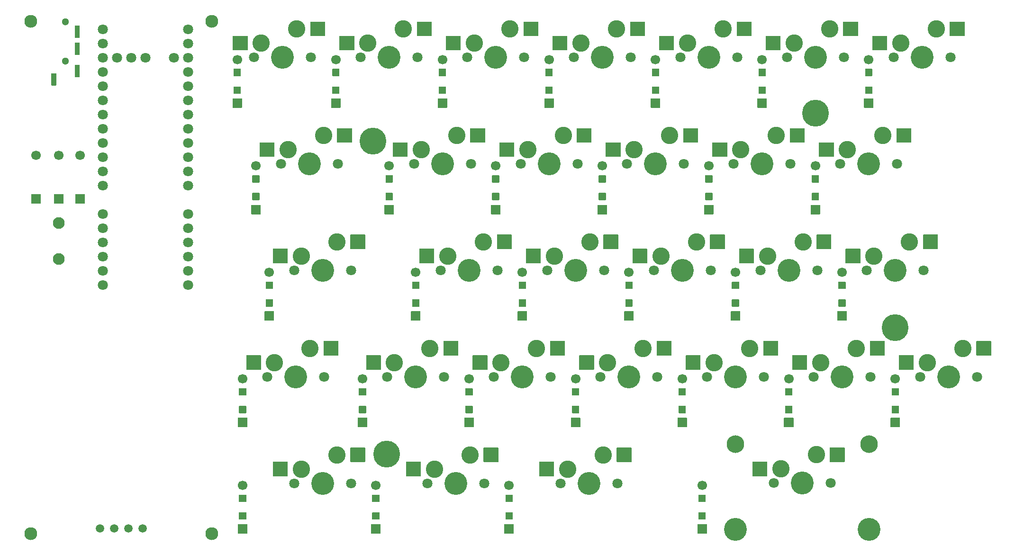
<source format=gbr>
%TF.GenerationSoftware,KiCad,Pcbnew,(5.1.7)-1*%
%TF.CreationDate,2021-06-20T13:46:17+02:00*%
%TF.ProjectId,Split65Left,53706c69-7436-4354-9c65-66742e6b6963,rev?*%
%TF.SameCoordinates,Original*%
%TF.FileFunction,Soldermask,Bot*%
%TF.FilePolarity,Negative*%
%FSLAX46Y46*%
G04 Gerber Fmt 4.6, Leading zero omitted, Abs format (unit mm)*
G04 Created by KiCad (PCBNEW (5.1.7)-1) date 2021-06-20 13:46:17*
%MOMM*%
%LPD*%
G01*
G04 APERTURE LIST*
%ADD10C,1.801800*%
%ADD11C,4.087800*%
%ADD12C,3.100000*%
%ADD13C,3.148000*%
%ADD14C,4.800400*%
%ADD15C,2.300000*%
%ADD16C,1.800000*%
%ADD17C,1.300000*%
%ADD18C,1.700000*%
%ADD19C,1.497000*%
%ADD20C,2.100000*%
G04 APERTURE END LIST*
%TO.C,SW30*%
G36*
G01*
X156101000Y-127390000D02*
X156101000Y-124890000D01*
G75*
G02*
X156151000Y-124840000I50000J0D01*
G01*
X158701000Y-124840000D01*
G75*
G02*
X158751000Y-124890000I0J-50000D01*
G01*
X158751000Y-127390000D01*
G75*
G02*
X158701000Y-127440000I-50000J0D01*
G01*
X156151000Y-127440000D01*
G75*
G02*
X156101000Y-127390000I0J50000D01*
G01*
G37*
D10*
X159906000Y-128680000D03*
X170066000Y-128680000D03*
D11*
X164986000Y-128680000D03*
D12*
X161176000Y-126140000D03*
X167526000Y-123600000D03*
G36*
G01*
X169951000Y-124850000D02*
X169951000Y-122350000D01*
G75*
G02*
X170001000Y-122300000I50000J0D01*
G01*
X172551000Y-122300000D01*
G75*
G02*
X172601000Y-122350000I0J-50000D01*
G01*
X172601000Y-124850000D01*
G75*
G02*
X172551000Y-124900000I-50000J0D01*
G01*
X170001000Y-124900000D01*
G75*
G02*
X169951000Y-124850000I0J50000D01*
G01*
G37*
D11*
X176924000Y-136935000D03*
X153048000Y-136935000D03*
D13*
X176924000Y-121695000D03*
X153048000Y-121695000D03*
%TD*%
%TO.C,SW29*%
G36*
G01*
X118021000Y-127394000D02*
X118021000Y-124894000D01*
G75*
G02*
X118071000Y-124844000I50000J0D01*
G01*
X120621000Y-124844000D01*
G75*
G02*
X120671000Y-124894000I0J-50000D01*
G01*
X120671000Y-127394000D01*
G75*
G02*
X120621000Y-127444000I-50000J0D01*
G01*
X118071000Y-127444000D01*
G75*
G02*
X118021000Y-127394000I0J50000D01*
G01*
G37*
D10*
X121826000Y-128684000D03*
X131986000Y-128684000D03*
D11*
X126906000Y-128684000D03*
D12*
X123096000Y-126144000D03*
X129446000Y-123604000D03*
G36*
G01*
X131871000Y-124854000D02*
X131871000Y-122354000D01*
G75*
G02*
X131921000Y-122304000I50000J0D01*
G01*
X134471000Y-122304000D01*
G75*
G02*
X134521000Y-122354000I0J-50000D01*
G01*
X134521000Y-124854000D01*
G75*
G02*
X134471000Y-124904000I-50000J0D01*
G01*
X131921000Y-124904000D01*
G75*
G02*
X131871000Y-124854000I0J50000D01*
G01*
G37*
%TD*%
%TO.C,SW28*%
G36*
G01*
X94227000Y-127394000D02*
X94227000Y-124894000D01*
G75*
G02*
X94277000Y-124844000I50000J0D01*
G01*
X96827000Y-124844000D01*
G75*
G02*
X96877000Y-124894000I0J-50000D01*
G01*
X96877000Y-127394000D01*
G75*
G02*
X96827000Y-127444000I-50000J0D01*
G01*
X94277000Y-127444000D01*
G75*
G02*
X94227000Y-127394000I0J50000D01*
G01*
G37*
D10*
X98032000Y-128684000D03*
X108192000Y-128684000D03*
D11*
X103112000Y-128684000D03*
D12*
X99302000Y-126144000D03*
X105652000Y-123604000D03*
G36*
G01*
X108077000Y-124854000D02*
X108077000Y-122354000D01*
G75*
G02*
X108127000Y-122304000I50000J0D01*
G01*
X110677000Y-122304000D01*
G75*
G02*
X110727000Y-122354000I0J-50000D01*
G01*
X110727000Y-124854000D01*
G75*
G02*
X110677000Y-124904000I-50000J0D01*
G01*
X108127000Y-124904000D01*
G75*
G02*
X108077000Y-124854000I0J50000D01*
G01*
G37*
%TD*%
%TO.C,SW27*%
G36*
G01*
X70427000Y-127394000D02*
X70427000Y-124894000D01*
G75*
G02*
X70477000Y-124844000I50000J0D01*
G01*
X73027000Y-124844000D01*
G75*
G02*
X73077000Y-124894000I0J-50000D01*
G01*
X73077000Y-127394000D01*
G75*
G02*
X73027000Y-127444000I-50000J0D01*
G01*
X70477000Y-127444000D01*
G75*
G02*
X70427000Y-127394000I0J50000D01*
G01*
G37*
D10*
X74232000Y-128684000D03*
X84392000Y-128684000D03*
D11*
X79312000Y-128684000D03*
D12*
X75502000Y-126144000D03*
X81852000Y-123604000D03*
G36*
G01*
X84277000Y-124854000D02*
X84277000Y-122354000D01*
G75*
G02*
X84327000Y-122304000I50000J0D01*
G01*
X86877000Y-122304000D01*
G75*
G02*
X86927000Y-122354000I0J-50000D01*
G01*
X86927000Y-124854000D01*
G75*
G02*
X86877000Y-124904000I-50000J0D01*
G01*
X84327000Y-124904000D01*
G75*
G02*
X84277000Y-124854000I0J50000D01*
G01*
G37*
%TD*%
%TO.C,SW26*%
G36*
G01*
X182287000Y-108354000D02*
X182287000Y-105854000D01*
G75*
G02*
X182337000Y-105804000I50000J0D01*
G01*
X184887000Y-105804000D01*
G75*
G02*
X184937000Y-105854000I0J-50000D01*
G01*
X184937000Y-108354000D01*
G75*
G02*
X184887000Y-108404000I-50000J0D01*
G01*
X182337000Y-108404000D01*
G75*
G02*
X182287000Y-108354000I0J50000D01*
G01*
G37*
D10*
X186092000Y-109644000D03*
X196252000Y-109644000D03*
D11*
X191172000Y-109644000D03*
D12*
X187362000Y-107104000D03*
X193712000Y-104564000D03*
G36*
G01*
X196137000Y-105814000D02*
X196137000Y-103314000D01*
G75*
G02*
X196187000Y-103264000I50000J0D01*
G01*
X198737000Y-103264000D01*
G75*
G02*
X198787000Y-103314000I0J-50000D01*
G01*
X198787000Y-105814000D01*
G75*
G02*
X198737000Y-105864000I-50000J0D01*
G01*
X196187000Y-105864000D01*
G75*
G02*
X196137000Y-105814000I0J50000D01*
G01*
G37*
%TD*%
%TO.C,SW25*%
G36*
G01*
X163247000Y-108354000D02*
X163247000Y-105854000D01*
G75*
G02*
X163297000Y-105804000I50000J0D01*
G01*
X165847000Y-105804000D01*
G75*
G02*
X165897000Y-105854000I0J-50000D01*
G01*
X165897000Y-108354000D01*
G75*
G02*
X165847000Y-108404000I-50000J0D01*
G01*
X163297000Y-108404000D01*
G75*
G02*
X163247000Y-108354000I0J50000D01*
G01*
G37*
D10*
X167052000Y-109644000D03*
X177212000Y-109644000D03*
D11*
X172132000Y-109644000D03*
D12*
X168322000Y-107104000D03*
X174672000Y-104564000D03*
G36*
G01*
X177097000Y-105814000D02*
X177097000Y-103314000D01*
G75*
G02*
X177147000Y-103264000I50000J0D01*
G01*
X179697000Y-103264000D01*
G75*
G02*
X179747000Y-103314000I0J-50000D01*
G01*
X179747000Y-105814000D01*
G75*
G02*
X179697000Y-105864000I-50000J0D01*
G01*
X177147000Y-105864000D01*
G75*
G02*
X177097000Y-105814000I0J50000D01*
G01*
G37*
%TD*%
%TO.C,SW24*%
G36*
G01*
X144207000Y-108354000D02*
X144207000Y-105854000D01*
G75*
G02*
X144257000Y-105804000I50000J0D01*
G01*
X146807000Y-105804000D01*
G75*
G02*
X146857000Y-105854000I0J-50000D01*
G01*
X146857000Y-108354000D01*
G75*
G02*
X146807000Y-108404000I-50000J0D01*
G01*
X144257000Y-108404000D01*
G75*
G02*
X144207000Y-108354000I0J50000D01*
G01*
G37*
D10*
X148012000Y-109644000D03*
X158172000Y-109644000D03*
D11*
X153092000Y-109644000D03*
D12*
X149282000Y-107104000D03*
X155632000Y-104564000D03*
G36*
G01*
X158057000Y-105814000D02*
X158057000Y-103314000D01*
G75*
G02*
X158107000Y-103264000I50000J0D01*
G01*
X160657000Y-103264000D01*
G75*
G02*
X160707000Y-103314000I0J-50000D01*
G01*
X160707000Y-105814000D01*
G75*
G02*
X160657000Y-105864000I-50000J0D01*
G01*
X158107000Y-105864000D01*
G75*
G02*
X158057000Y-105814000I0J50000D01*
G01*
G37*
%TD*%
%TO.C,SW23*%
G36*
G01*
X125167000Y-108354000D02*
X125167000Y-105854000D01*
G75*
G02*
X125217000Y-105804000I50000J0D01*
G01*
X127767000Y-105804000D01*
G75*
G02*
X127817000Y-105854000I0J-50000D01*
G01*
X127817000Y-108354000D01*
G75*
G02*
X127767000Y-108404000I-50000J0D01*
G01*
X125217000Y-108404000D01*
G75*
G02*
X125167000Y-108354000I0J50000D01*
G01*
G37*
D10*
X128972000Y-109644000D03*
X139132000Y-109644000D03*
D11*
X134052000Y-109644000D03*
D12*
X130242000Y-107104000D03*
X136592000Y-104564000D03*
G36*
G01*
X139017000Y-105814000D02*
X139017000Y-103314000D01*
G75*
G02*
X139067000Y-103264000I50000J0D01*
G01*
X141617000Y-103264000D01*
G75*
G02*
X141667000Y-103314000I0J-50000D01*
G01*
X141667000Y-105814000D01*
G75*
G02*
X141617000Y-105864000I-50000J0D01*
G01*
X139067000Y-105864000D01*
G75*
G02*
X139017000Y-105814000I0J50000D01*
G01*
G37*
%TD*%
%TO.C,SW22*%
G36*
G01*
X106127000Y-108354000D02*
X106127000Y-105854000D01*
G75*
G02*
X106177000Y-105804000I50000J0D01*
G01*
X108727000Y-105804000D01*
G75*
G02*
X108777000Y-105854000I0J-50000D01*
G01*
X108777000Y-108354000D01*
G75*
G02*
X108727000Y-108404000I-50000J0D01*
G01*
X106177000Y-108404000D01*
G75*
G02*
X106127000Y-108354000I0J50000D01*
G01*
G37*
D10*
X109932000Y-109644000D03*
X120092000Y-109644000D03*
D11*
X115012000Y-109644000D03*
D12*
X111202000Y-107104000D03*
X117552000Y-104564000D03*
G36*
G01*
X119977000Y-105814000D02*
X119977000Y-103314000D01*
G75*
G02*
X120027000Y-103264000I50000J0D01*
G01*
X122577000Y-103264000D01*
G75*
G02*
X122627000Y-103314000I0J-50000D01*
G01*
X122627000Y-105814000D01*
G75*
G02*
X122577000Y-105864000I-50000J0D01*
G01*
X120027000Y-105864000D01*
G75*
G02*
X119977000Y-105814000I0J50000D01*
G01*
G37*
%TD*%
%TO.C,SW21*%
G36*
G01*
X87087000Y-108354000D02*
X87087000Y-105854000D01*
G75*
G02*
X87137000Y-105804000I50000J0D01*
G01*
X89687000Y-105804000D01*
G75*
G02*
X89737000Y-105854000I0J-50000D01*
G01*
X89737000Y-108354000D01*
G75*
G02*
X89687000Y-108404000I-50000J0D01*
G01*
X87137000Y-108404000D01*
G75*
G02*
X87087000Y-108354000I0J50000D01*
G01*
G37*
D10*
X90892000Y-109644000D03*
X101052000Y-109644000D03*
D11*
X95972000Y-109644000D03*
D12*
X92162000Y-107104000D03*
X98512000Y-104564000D03*
G36*
G01*
X100937000Y-105814000D02*
X100937000Y-103314000D01*
G75*
G02*
X100987000Y-103264000I50000J0D01*
G01*
X103537000Y-103264000D01*
G75*
G02*
X103587000Y-103314000I0J-50000D01*
G01*
X103587000Y-105814000D01*
G75*
G02*
X103537000Y-105864000I-50000J0D01*
G01*
X100987000Y-105864000D01*
G75*
G02*
X100937000Y-105814000I0J50000D01*
G01*
G37*
%TD*%
%TO.C,SW20*%
G36*
G01*
X65667000Y-108354000D02*
X65667000Y-105854000D01*
G75*
G02*
X65717000Y-105804000I50000J0D01*
G01*
X68267000Y-105804000D01*
G75*
G02*
X68317000Y-105854000I0J-50000D01*
G01*
X68317000Y-108354000D01*
G75*
G02*
X68267000Y-108404000I-50000J0D01*
G01*
X65717000Y-108404000D01*
G75*
G02*
X65667000Y-108354000I0J50000D01*
G01*
G37*
D10*
X69472000Y-109644000D03*
X79632000Y-109644000D03*
D11*
X74552000Y-109644000D03*
D12*
X70742000Y-107104000D03*
X77092000Y-104564000D03*
G36*
G01*
X79517000Y-105814000D02*
X79517000Y-103314000D01*
G75*
G02*
X79567000Y-103264000I50000J0D01*
G01*
X82117000Y-103264000D01*
G75*
G02*
X82167000Y-103314000I0J-50000D01*
G01*
X82167000Y-105814000D01*
G75*
G02*
X82117000Y-105864000I-50000J0D01*
G01*
X79567000Y-105864000D01*
G75*
G02*
X79517000Y-105814000I0J50000D01*
G01*
G37*
%TD*%
%TO.C,SW19*%
G36*
G01*
X172767000Y-89314000D02*
X172767000Y-86814000D01*
G75*
G02*
X172817000Y-86764000I50000J0D01*
G01*
X175367000Y-86764000D01*
G75*
G02*
X175417000Y-86814000I0J-50000D01*
G01*
X175417000Y-89314000D01*
G75*
G02*
X175367000Y-89364000I-50000J0D01*
G01*
X172817000Y-89364000D01*
G75*
G02*
X172767000Y-89314000I0J50000D01*
G01*
G37*
D10*
X176572000Y-90604000D03*
X186732000Y-90604000D03*
D11*
X181652000Y-90604000D03*
D12*
X177842000Y-88064000D03*
X184192000Y-85524000D03*
G36*
G01*
X186617000Y-86774000D02*
X186617000Y-84274000D01*
G75*
G02*
X186667000Y-84224000I50000J0D01*
G01*
X189217000Y-84224000D01*
G75*
G02*
X189267000Y-84274000I0J-50000D01*
G01*
X189267000Y-86774000D01*
G75*
G02*
X189217000Y-86824000I-50000J0D01*
G01*
X186667000Y-86824000D01*
G75*
G02*
X186617000Y-86774000I0J50000D01*
G01*
G37*
%TD*%
%TO.C,SW18*%
G36*
G01*
X153727000Y-89314000D02*
X153727000Y-86814000D01*
G75*
G02*
X153777000Y-86764000I50000J0D01*
G01*
X156327000Y-86764000D01*
G75*
G02*
X156377000Y-86814000I0J-50000D01*
G01*
X156377000Y-89314000D01*
G75*
G02*
X156327000Y-89364000I-50000J0D01*
G01*
X153777000Y-89364000D01*
G75*
G02*
X153727000Y-89314000I0J50000D01*
G01*
G37*
D10*
X157532000Y-90604000D03*
X167692000Y-90604000D03*
D11*
X162612000Y-90604000D03*
D12*
X158802000Y-88064000D03*
X165152000Y-85524000D03*
G36*
G01*
X167577000Y-86774000D02*
X167577000Y-84274000D01*
G75*
G02*
X167627000Y-84224000I50000J0D01*
G01*
X170177000Y-84224000D01*
G75*
G02*
X170227000Y-84274000I0J-50000D01*
G01*
X170227000Y-86774000D01*
G75*
G02*
X170177000Y-86824000I-50000J0D01*
G01*
X167627000Y-86824000D01*
G75*
G02*
X167577000Y-86774000I0J50000D01*
G01*
G37*
%TD*%
%TO.C,SW17*%
G36*
G01*
X134687000Y-89314000D02*
X134687000Y-86814000D01*
G75*
G02*
X134737000Y-86764000I50000J0D01*
G01*
X137287000Y-86764000D01*
G75*
G02*
X137337000Y-86814000I0J-50000D01*
G01*
X137337000Y-89314000D01*
G75*
G02*
X137287000Y-89364000I-50000J0D01*
G01*
X134737000Y-89364000D01*
G75*
G02*
X134687000Y-89314000I0J50000D01*
G01*
G37*
D10*
X138492000Y-90604000D03*
X148652000Y-90604000D03*
D11*
X143572000Y-90604000D03*
D12*
X139762000Y-88064000D03*
X146112000Y-85524000D03*
G36*
G01*
X148537000Y-86774000D02*
X148537000Y-84274000D01*
G75*
G02*
X148587000Y-84224000I50000J0D01*
G01*
X151137000Y-84224000D01*
G75*
G02*
X151187000Y-84274000I0J-50000D01*
G01*
X151187000Y-86774000D01*
G75*
G02*
X151137000Y-86824000I-50000J0D01*
G01*
X148587000Y-86824000D01*
G75*
G02*
X148537000Y-86774000I0J50000D01*
G01*
G37*
%TD*%
%TO.C,SW14*%
G36*
G01*
X70427000Y-89314000D02*
X70427000Y-86814000D01*
G75*
G02*
X70477000Y-86764000I50000J0D01*
G01*
X73027000Y-86764000D01*
G75*
G02*
X73077000Y-86814000I0J-50000D01*
G01*
X73077000Y-89314000D01*
G75*
G02*
X73027000Y-89364000I-50000J0D01*
G01*
X70477000Y-89364000D01*
G75*
G02*
X70427000Y-89314000I0J50000D01*
G01*
G37*
D10*
X74232000Y-90604000D03*
X84392000Y-90604000D03*
D11*
X79312000Y-90604000D03*
D12*
X75502000Y-88064000D03*
X81852000Y-85524000D03*
G36*
G01*
X84277000Y-86774000D02*
X84277000Y-84274000D01*
G75*
G02*
X84327000Y-84224000I50000J0D01*
G01*
X86877000Y-84224000D01*
G75*
G02*
X86927000Y-84274000I0J-50000D01*
G01*
X86927000Y-86774000D01*
G75*
G02*
X86877000Y-86824000I-50000J0D01*
G01*
X84327000Y-86824000D01*
G75*
G02*
X84277000Y-86774000I0J50000D01*
G01*
G37*
%TD*%
%TO.C,SW13*%
G36*
G01*
X168007000Y-70274000D02*
X168007000Y-67774000D01*
G75*
G02*
X168057000Y-67724000I50000J0D01*
G01*
X170607000Y-67724000D01*
G75*
G02*
X170657000Y-67774000I0J-50000D01*
G01*
X170657000Y-70274000D01*
G75*
G02*
X170607000Y-70324000I-50000J0D01*
G01*
X168057000Y-70324000D01*
G75*
G02*
X168007000Y-70274000I0J50000D01*
G01*
G37*
D10*
X171812000Y-71564000D03*
X181972000Y-71564000D03*
D11*
X176892000Y-71564000D03*
D12*
X173082000Y-69024000D03*
X179432000Y-66484000D03*
G36*
G01*
X181857000Y-67734000D02*
X181857000Y-65234000D01*
G75*
G02*
X181907000Y-65184000I50000J0D01*
G01*
X184457000Y-65184000D01*
G75*
G02*
X184507000Y-65234000I0J-50000D01*
G01*
X184507000Y-67734000D01*
G75*
G02*
X184457000Y-67784000I-50000J0D01*
G01*
X181907000Y-67784000D01*
G75*
G02*
X181857000Y-67734000I0J50000D01*
G01*
G37*
%TD*%
%TO.C,SW12*%
G36*
G01*
X148967000Y-70274000D02*
X148967000Y-67774000D01*
G75*
G02*
X149017000Y-67724000I50000J0D01*
G01*
X151567000Y-67724000D01*
G75*
G02*
X151617000Y-67774000I0J-50000D01*
G01*
X151617000Y-70274000D01*
G75*
G02*
X151567000Y-70324000I-50000J0D01*
G01*
X149017000Y-70324000D01*
G75*
G02*
X148967000Y-70274000I0J50000D01*
G01*
G37*
D10*
X152772000Y-71564000D03*
X162932000Y-71564000D03*
D11*
X157852000Y-71564000D03*
D12*
X154042000Y-69024000D03*
X160392000Y-66484000D03*
G36*
G01*
X162817000Y-67734000D02*
X162817000Y-65234000D01*
G75*
G02*
X162867000Y-65184000I50000J0D01*
G01*
X165417000Y-65184000D01*
G75*
G02*
X165467000Y-65234000I0J-50000D01*
G01*
X165467000Y-67734000D01*
G75*
G02*
X165417000Y-67784000I-50000J0D01*
G01*
X162867000Y-67784000D01*
G75*
G02*
X162817000Y-67734000I0J50000D01*
G01*
G37*
%TD*%
%TO.C,SW7*%
G36*
G01*
X177527000Y-51234000D02*
X177527000Y-48734000D01*
G75*
G02*
X177577000Y-48684000I50000J0D01*
G01*
X180127000Y-48684000D01*
G75*
G02*
X180177000Y-48734000I0J-50000D01*
G01*
X180177000Y-51234000D01*
G75*
G02*
X180127000Y-51284000I-50000J0D01*
G01*
X177577000Y-51284000D01*
G75*
G02*
X177527000Y-51234000I0J50000D01*
G01*
G37*
D10*
X181332000Y-52524000D03*
X191492000Y-52524000D03*
D11*
X186412000Y-52524000D03*
D12*
X182602000Y-49984000D03*
X188952000Y-47444000D03*
G36*
G01*
X191377000Y-48694000D02*
X191377000Y-46194000D01*
G75*
G02*
X191427000Y-46144000I50000J0D01*
G01*
X193977000Y-46144000D01*
G75*
G02*
X194027000Y-46194000I0J-50000D01*
G01*
X194027000Y-48694000D01*
G75*
G02*
X193977000Y-48744000I-50000J0D01*
G01*
X191427000Y-48744000D01*
G75*
G02*
X191377000Y-48694000I0J50000D01*
G01*
G37*
%TD*%
%TO.C,SW11*%
G36*
G01*
X129927000Y-70274000D02*
X129927000Y-67774000D01*
G75*
G02*
X129977000Y-67724000I50000J0D01*
G01*
X132527000Y-67724000D01*
G75*
G02*
X132577000Y-67774000I0J-50000D01*
G01*
X132577000Y-70274000D01*
G75*
G02*
X132527000Y-70324000I-50000J0D01*
G01*
X129977000Y-70324000D01*
G75*
G02*
X129927000Y-70274000I0J50000D01*
G01*
G37*
D10*
X133732000Y-71564000D03*
X143892000Y-71564000D03*
D11*
X138812000Y-71564000D03*
D12*
X135002000Y-69024000D03*
X141352000Y-66484000D03*
G36*
G01*
X143777000Y-67734000D02*
X143777000Y-65234000D01*
G75*
G02*
X143827000Y-65184000I50000J0D01*
G01*
X146377000Y-65184000D01*
G75*
G02*
X146427000Y-65234000I0J-50000D01*
G01*
X146427000Y-67734000D01*
G75*
G02*
X146377000Y-67784000I-50000J0D01*
G01*
X143827000Y-67784000D01*
G75*
G02*
X143777000Y-67734000I0J50000D01*
G01*
G37*
%TD*%
%TO.C,SW10*%
G36*
G01*
X110887000Y-70274000D02*
X110887000Y-67774000D01*
G75*
G02*
X110937000Y-67724000I50000J0D01*
G01*
X113487000Y-67724000D01*
G75*
G02*
X113537000Y-67774000I0J-50000D01*
G01*
X113537000Y-70274000D01*
G75*
G02*
X113487000Y-70324000I-50000J0D01*
G01*
X110937000Y-70324000D01*
G75*
G02*
X110887000Y-70274000I0J50000D01*
G01*
G37*
D10*
X114692000Y-71564000D03*
X124852000Y-71564000D03*
D11*
X119772000Y-71564000D03*
D12*
X115962000Y-69024000D03*
X122312000Y-66484000D03*
G36*
G01*
X124737000Y-67734000D02*
X124737000Y-65234000D01*
G75*
G02*
X124787000Y-65184000I50000J0D01*
G01*
X127337000Y-65184000D01*
G75*
G02*
X127387000Y-65234000I0J-50000D01*
G01*
X127387000Y-67734000D01*
G75*
G02*
X127337000Y-67784000I-50000J0D01*
G01*
X124787000Y-67784000D01*
G75*
G02*
X124737000Y-67734000I0J50000D01*
G01*
G37*
%TD*%
%TO.C,SW9*%
G36*
G01*
X91847000Y-70274000D02*
X91847000Y-67774000D01*
G75*
G02*
X91897000Y-67724000I50000J0D01*
G01*
X94447000Y-67724000D01*
G75*
G02*
X94497000Y-67774000I0J-50000D01*
G01*
X94497000Y-70274000D01*
G75*
G02*
X94447000Y-70324000I-50000J0D01*
G01*
X91897000Y-70324000D01*
G75*
G02*
X91847000Y-70274000I0J50000D01*
G01*
G37*
D10*
X95652000Y-71564000D03*
X105812000Y-71564000D03*
D11*
X100732000Y-71564000D03*
D12*
X96922000Y-69024000D03*
X103272000Y-66484000D03*
G36*
G01*
X105697000Y-67734000D02*
X105697000Y-65234000D01*
G75*
G02*
X105747000Y-65184000I50000J0D01*
G01*
X108297000Y-65184000D01*
G75*
G02*
X108347000Y-65234000I0J-50000D01*
G01*
X108347000Y-67734000D01*
G75*
G02*
X108297000Y-67784000I-50000J0D01*
G01*
X105747000Y-67784000D01*
G75*
G02*
X105697000Y-67734000I0J50000D01*
G01*
G37*
%TD*%
%TO.C,SW16*%
G36*
G01*
X115647000Y-89314000D02*
X115647000Y-86814000D01*
G75*
G02*
X115697000Y-86764000I50000J0D01*
G01*
X118247000Y-86764000D01*
G75*
G02*
X118297000Y-86814000I0J-50000D01*
G01*
X118297000Y-89314000D01*
G75*
G02*
X118247000Y-89364000I-50000J0D01*
G01*
X115697000Y-89364000D01*
G75*
G02*
X115647000Y-89314000I0J50000D01*
G01*
G37*
D10*
X119452000Y-90604000D03*
X129612000Y-90604000D03*
D11*
X124532000Y-90604000D03*
D12*
X120722000Y-88064000D03*
X127072000Y-85524000D03*
G36*
G01*
X129497000Y-86774000D02*
X129497000Y-84274000D01*
G75*
G02*
X129547000Y-84224000I50000J0D01*
G01*
X132097000Y-84224000D01*
G75*
G02*
X132147000Y-84274000I0J-50000D01*
G01*
X132147000Y-86774000D01*
G75*
G02*
X132097000Y-86824000I-50000J0D01*
G01*
X129547000Y-86824000D01*
G75*
G02*
X129497000Y-86774000I0J50000D01*
G01*
G37*
%TD*%
%TO.C,SW15*%
G36*
G01*
X96607000Y-89314000D02*
X96607000Y-86814000D01*
G75*
G02*
X96657000Y-86764000I50000J0D01*
G01*
X99207000Y-86764000D01*
G75*
G02*
X99257000Y-86814000I0J-50000D01*
G01*
X99257000Y-89314000D01*
G75*
G02*
X99207000Y-89364000I-50000J0D01*
G01*
X96657000Y-89364000D01*
G75*
G02*
X96607000Y-89314000I0J50000D01*
G01*
G37*
D10*
X100412000Y-90604000D03*
X110572000Y-90604000D03*
D11*
X105492000Y-90604000D03*
D12*
X101682000Y-88064000D03*
X108032000Y-85524000D03*
G36*
G01*
X110457000Y-86774000D02*
X110457000Y-84274000D01*
G75*
G02*
X110507000Y-84224000I50000J0D01*
G01*
X113057000Y-84224000D01*
G75*
G02*
X113107000Y-84274000I0J-50000D01*
G01*
X113107000Y-86774000D01*
G75*
G02*
X113057000Y-86824000I-50000J0D01*
G01*
X110507000Y-86824000D01*
G75*
G02*
X110457000Y-86774000I0J50000D01*
G01*
G37*
%TD*%
%TO.C,SW8*%
G36*
G01*
X68047000Y-70274000D02*
X68047000Y-67774000D01*
G75*
G02*
X68097000Y-67724000I50000J0D01*
G01*
X70647000Y-67724000D01*
G75*
G02*
X70697000Y-67774000I0J-50000D01*
G01*
X70697000Y-70274000D01*
G75*
G02*
X70647000Y-70324000I-50000J0D01*
G01*
X68097000Y-70324000D01*
G75*
G02*
X68047000Y-70274000I0J50000D01*
G01*
G37*
D10*
X71852000Y-71564000D03*
X82012000Y-71564000D03*
D11*
X76932000Y-71564000D03*
D12*
X73122000Y-69024000D03*
X79472000Y-66484000D03*
G36*
G01*
X81897000Y-67734000D02*
X81897000Y-65234000D01*
G75*
G02*
X81947000Y-65184000I50000J0D01*
G01*
X84497000Y-65184000D01*
G75*
G02*
X84547000Y-65234000I0J-50000D01*
G01*
X84547000Y-67734000D01*
G75*
G02*
X84497000Y-67784000I-50000J0D01*
G01*
X81947000Y-67784000D01*
G75*
G02*
X81897000Y-67734000I0J50000D01*
G01*
G37*
%TD*%
%TO.C,SW6*%
G36*
G01*
X158487000Y-51234000D02*
X158487000Y-48734000D01*
G75*
G02*
X158537000Y-48684000I50000J0D01*
G01*
X161087000Y-48684000D01*
G75*
G02*
X161137000Y-48734000I0J-50000D01*
G01*
X161137000Y-51234000D01*
G75*
G02*
X161087000Y-51284000I-50000J0D01*
G01*
X158537000Y-51284000D01*
G75*
G02*
X158487000Y-51234000I0J50000D01*
G01*
G37*
D10*
X162292000Y-52524000D03*
X172452000Y-52524000D03*
D11*
X167372000Y-52524000D03*
D12*
X163562000Y-49984000D03*
X169912000Y-47444000D03*
G36*
G01*
X172337000Y-48694000D02*
X172337000Y-46194000D01*
G75*
G02*
X172387000Y-46144000I50000J0D01*
G01*
X174937000Y-46144000D01*
G75*
G02*
X174987000Y-46194000I0J-50000D01*
G01*
X174987000Y-48694000D01*
G75*
G02*
X174937000Y-48744000I-50000J0D01*
G01*
X172387000Y-48744000D01*
G75*
G02*
X172337000Y-48694000I0J50000D01*
G01*
G37*
%TD*%
%TO.C,SW5*%
G36*
G01*
X139447000Y-51234000D02*
X139447000Y-48734000D01*
G75*
G02*
X139497000Y-48684000I50000J0D01*
G01*
X142047000Y-48684000D01*
G75*
G02*
X142097000Y-48734000I0J-50000D01*
G01*
X142097000Y-51234000D01*
G75*
G02*
X142047000Y-51284000I-50000J0D01*
G01*
X139497000Y-51284000D01*
G75*
G02*
X139447000Y-51234000I0J50000D01*
G01*
G37*
D10*
X143252000Y-52524000D03*
X153412000Y-52524000D03*
D11*
X148332000Y-52524000D03*
D12*
X144522000Y-49984000D03*
X150872000Y-47444000D03*
G36*
G01*
X153297000Y-48694000D02*
X153297000Y-46194000D01*
G75*
G02*
X153347000Y-46144000I50000J0D01*
G01*
X155897000Y-46144000D01*
G75*
G02*
X155947000Y-46194000I0J-50000D01*
G01*
X155947000Y-48694000D01*
G75*
G02*
X155897000Y-48744000I-50000J0D01*
G01*
X153347000Y-48744000D01*
G75*
G02*
X153297000Y-48694000I0J50000D01*
G01*
G37*
%TD*%
%TO.C,SW4*%
G36*
G01*
X120407000Y-51234000D02*
X120407000Y-48734000D01*
G75*
G02*
X120457000Y-48684000I50000J0D01*
G01*
X123007000Y-48684000D01*
G75*
G02*
X123057000Y-48734000I0J-50000D01*
G01*
X123057000Y-51234000D01*
G75*
G02*
X123007000Y-51284000I-50000J0D01*
G01*
X120457000Y-51284000D01*
G75*
G02*
X120407000Y-51234000I0J50000D01*
G01*
G37*
D10*
X124212000Y-52524000D03*
X134372000Y-52524000D03*
D11*
X129292000Y-52524000D03*
D12*
X125482000Y-49984000D03*
X131832000Y-47444000D03*
G36*
G01*
X134257000Y-48694000D02*
X134257000Y-46194000D01*
G75*
G02*
X134307000Y-46144000I50000J0D01*
G01*
X136857000Y-46144000D01*
G75*
G02*
X136907000Y-46194000I0J-50000D01*
G01*
X136907000Y-48694000D01*
G75*
G02*
X136857000Y-48744000I-50000J0D01*
G01*
X134307000Y-48744000D01*
G75*
G02*
X134257000Y-48694000I0J50000D01*
G01*
G37*
%TD*%
%TO.C,SW3*%
G36*
G01*
X101367000Y-51234000D02*
X101367000Y-48734000D01*
G75*
G02*
X101417000Y-48684000I50000J0D01*
G01*
X103967000Y-48684000D01*
G75*
G02*
X104017000Y-48734000I0J-50000D01*
G01*
X104017000Y-51234000D01*
G75*
G02*
X103967000Y-51284000I-50000J0D01*
G01*
X101417000Y-51284000D01*
G75*
G02*
X101367000Y-51234000I0J50000D01*
G01*
G37*
D10*
X105172000Y-52524000D03*
X115332000Y-52524000D03*
D11*
X110252000Y-52524000D03*
D12*
X106442000Y-49984000D03*
X112792000Y-47444000D03*
G36*
G01*
X115217000Y-48694000D02*
X115217000Y-46194000D01*
G75*
G02*
X115267000Y-46144000I50000J0D01*
G01*
X117817000Y-46144000D01*
G75*
G02*
X117867000Y-46194000I0J-50000D01*
G01*
X117867000Y-48694000D01*
G75*
G02*
X117817000Y-48744000I-50000J0D01*
G01*
X115267000Y-48744000D01*
G75*
G02*
X115217000Y-48694000I0J50000D01*
G01*
G37*
%TD*%
%TO.C,SW2*%
G36*
G01*
X82327000Y-51234000D02*
X82327000Y-48734000D01*
G75*
G02*
X82377000Y-48684000I50000J0D01*
G01*
X84927000Y-48684000D01*
G75*
G02*
X84977000Y-48734000I0J-50000D01*
G01*
X84977000Y-51234000D01*
G75*
G02*
X84927000Y-51284000I-50000J0D01*
G01*
X82377000Y-51284000D01*
G75*
G02*
X82327000Y-51234000I0J50000D01*
G01*
G37*
D10*
X86132000Y-52524000D03*
X96292000Y-52524000D03*
D11*
X91212000Y-52524000D03*
D12*
X87402000Y-49984000D03*
X93752000Y-47444000D03*
G36*
G01*
X96177000Y-48694000D02*
X96177000Y-46194000D01*
G75*
G02*
X96227000Y-46144000I50000J0D01*
G01*
X98777000Y-46144000D01*
G75*
G02*
X98827000Y-46194000I0J-50000D01*
G01*
X98827000Y-48694000D01*
G75*
G02*
X98777000Y-48744000I-50000J0D01*
G01*
X96227000Y-48744000D01*
G75*
G02*
X96177000Y-48694000I0J50000D01*
G01*
G37*
%TD*%
%TO.C,SW1*%
G36*
G01*
X63287000Y-51234000D02*
X63287000Y-48734000D01*
G75*
G02*
X63337000Y-48684000I50000J0D01*
G01*
X65887000Y-48684000D01*
G75*
G02*
X65937000Y-48734000I0J-50000D01*
G01*
X65937000Y-51234000D01*
G75*
G02*
X65887000Y-51284000I-50000J0D01*
G01*
X63337000Y-51284000D01*
G75*
G02*
X63287000Y-51234000I0J50000D01*
G01*
G37*
D10*
X67092000Y-52524000D03*
X77252000Y-52524000D03*
D11*
X72172000Y-52524000D03*
D12*
X68362000Y-49984000D03*
X74712000Y-47444000D03*
G36*
G01*
X77137000Y-48694000D02*
X77137000Y-46194000D01*
G75*
G02*
X77187000Y-46144000I50000J0D01*
G01*
X79737000Y-46144000D01*
G75*
G02*
X79787000Y-46194000I0J-50000D01*
G01*
X79787000Y-48694000D01*
G75*
G02*
X79737000Y-48744000I-50000J0D01*
G01*
X77187000Y-48744000D01*
G75*
G02*
X77137000Y-48694000I0J50000D01*
G01*
G37*
%TD*%
D14*
%TO.C,HOLE_3M*%
X181652000Y-100838000D03*
%TD*%
%TO.C,HOLE_3M*%
X167372000Y-62520000D03*
%TD*%
%TO.C,HOLE_3M*%
X90736000Y-123448000D03*
%TD*%
%TO.C,HOLE_3M*%
X88356000Y-67518000D03*
%TD*%
D15*
%TO.C,HOLE_M2*%
X59558000Y-137728000D03*
%TD*%
%TO.C,HOLE_M2*%
X59558000Y-46098000D03*
%TD*%
%TO.C,HOLE_M2*%
X27190000Y-46098000D03*
%TD*%
%TO.C,HOLE_M2*%
X27190000Y-137728000D03*
%TD*%
D16*
%TO.C,U1*%
X55273000Y-47508000D03*
X40058000Y-50048000D03*
X40058000Y-47508000D03*
X42598000Y-52588000D03*
X40058000Y-52588000D03*
X40058000Y-55128000D03*
X40058000Y-57668000D03*
X40058000Y-60208000D03*
X45138000Y-52588000D03*
X47678000Y-52588000D03*
X40058000Y-62748000D03*
X40058000Y-65288000D03*
X40058000Y-67828000D03*
X40058000Y-70368000D03*
X40058000Y-72908000D03*
X40058000Y-75448000D03*
X40058000Y-83068000D03*
X40058000Y-88148000D03*
X40058000Y-90688000D03*
X40058000Y-85608000D03*
X40058000Y-93228000D03*
X40058000Y-80528000D03*
X55273000Y-50048000D03*
X55273000Y-52588000D03*
X55273000Y-57668000D03*
X52733000Y-52588000D03*
X55273000Y-55128000D03*
X55273000Y-60208000D03*
X55273000Y-62748000D03*
X55273000Y-65288000D03*
X55273000Y-70368000D03*
X55273000Y-72908000D03*
X55273000Y-67828000D03*
X55273000Y-75448000D03*
X55273000Y-83068000D03*
X55273000Y-80528000D03*
X55273000Y-88148000D03*
X55273000Y-85608000D03*
X55273000Y-90688000D03*
X55273000Y-93228000D03*
%TD*%
%TO.C,J1*%
G36*
G01*
X30828000Y-57520000D02*
X30828000Y-55420000D01*
G75*
G02*
X30878000Y-55370000I50000J0D01*
G01*
X31678000Y-55370000D01*
G75*
G02*
X31728000Y-55420000I0J-50000D01*
G01*
X31728000Y-57520000D01*
G75*
G02*
X31678000Y-57570000I-50000J0D01*
G01*
X30878000Y-57570000D01*
G75*
G02*
X30828000Y-57520000I0J50000D01*
G01*
G37*
G36*
G01*
X35028000Y-56020000D02*
X35028000Y-53920000D01*
G75*
G02*
X35078000Y-53870000I50000J0D01*
G01*
X35878000Y-53870000D01*
G75*
G02*
X35928000Y-53920000I0J-50000D01*
G01*
X35928000Y-56020000D01*
G75*
G02*
X35878000Y-56070000I-50000J0D01*
G01*
X35078000Y-56070000D01*
G75*
G02*
X35028000Y-56020000I0J50000D01*
G01*
G37*
G36*
G01*
X35028000Y-52020000D02*
X35028000Y-49920000D01*
G75*
G02*
X35078000Y-49870000I50000J0D01*
G01*
X35878000Y-49870000D01*
G75*
G02*
X35928000Y-49920000I0J-50000D01*
G01*
X35928000Y-52020000D01*
G75*
G02*
X35878000Y-52070000I-50000J0D01*
G01*
X35078000Y-52070000D01*
G75*
G02*
X35028000Y-52020000I0J50000D01*
G01*
G37*
G36*
G01*
X35028000Y-49020000D02*
X35028000Y-46920000D01*
G75*
G02*
X35078000Y-46870000I50000J0D01*
G01*
X35878000Y-46870000D01*
G75*
G02*
X35928000Y-46920000I0J-50000D01*
G01*
X35928000Y-49020000D01*
G75*
G02*
X35878000Y-49070000I-50000J0D01*
G01*
X35078000Y-49070000D01*
G75*
G02*
X35028000Y-49020000I0J50000D01*
G01*
G37*
D17*
X33378000Y-53170000D03*
X33378000Y-46170000D03*
%TD*%
D18*
%TO.C,D1*%
X64080000Y-52908000D03*
G36*
G01*
X64880000Y-61558000D02*
X63280000Y-61558000D01*
G75*
G02*
X63230000Y-61508000I0J50000D01*
G01*
X63230000Y-59908000D01*
G75*
G02*
X63280000Y-59858000I50000J0D01*
G01*
X64880000Y-59858000D01*
G75*
G02*
X64930000Y-59908000I0J-50000D01*
G01*
X64930000Y-61508000D01*
G75*
G02*
X64880000Y-61558000I-50000J0D01*
G01*
G37*
G36*
G01*
X64680000Y-59033000D02*
X63480000Y-59033000D01*
G75*
G02*
X63430000Y-58983000I0J50000D01*
G01*
X63430000Y-57783000D01*
G75*
G02*
X63480000Y-57733000I50000J0D01*
G01*
X64680000Y-57733000D01*
G75*
G02*
X64730000Y-57783000I0J-50000D01*
G01*
X64730000Y-58983000D01*
G75*
G02*
X64680000Y-59033000I-50000J0D01*
G01*
G37*
G36*
G01*
X64680000Y-55883000D02*
X63480000Y-55883000D01*
G75*
G02*
X63430000Y-55833000I0J50000D01*
G01*
X63430000Y-54633000D01*
G75*
G02*
X63480000Y-54583000I50000J0D01*
G01*
X64680000Y-54583000D01*
G75*
G02*
X64730000Y-54633000I0J-50000D01*
G01*
X64730000Y-55833000D01*
G75*
G02*
X64680000Y-55883000I-50000J0D01*
G01*
G37*
%TD*%
%TO.C,D2*%
X81692000Y-52908000D03*
G36*
G01*
X82492000Y-61558000D02*
X80892000Y-61558000D01*
G75*
G02*
X80842000Y-61508000I0J50000D01*
G01*
X80842000Y-59908000D01*
G75*
G02*
X80892000Y-59858000I50000J0D01*
G01*
X82492000Y-59858000D01*
G75*
G02*
X82542000Y-59908000I0J-50000D01*
G01*
X82542000Y-61508000D01*
G75*
G02*
X82492000Y-61558000I-50000J0D01*
G01*
G37*
G36*
G01*
X82292000Y-59033000D02*
X81092000Y-59033000D01*
G75*
G02*
X81042000Y-58983000I0J50000D01*
G01*
X81042000Y-57783000D01*
G75*
G02*
X81092000Y-57733000I50000J0D01*
G01*
X82292000Y-57733000D01*
G75*
G02*
X82342000Y-57783000I0J-50000D01*
G01*
X82342000Y-58983000D01*
G75*
G02*
X82292000Y-59033000I-50000J0D01*
G01*
G37*
G36*
G01*
X82292000Y-55883000D02*
X81092000Y-55883000D01*
G75*
G02*
X81042000Y-55833000I0J50000D01*
G01*
X81042000Y-54633000D01*
G75*
G02*
X81092000Y-54583000I50000J0D01*
G01*
X82292000Y-54583000D01*
G75*
G02*
X82342000Y-54633000I0J-50000D01*
G01*
X82342000Y-55833000D01*
G75*
G02*
X82292000Y-55883000I-50000J0D01*
G01*
G37*
%TD*%
%TO.C,D3*%
X100732000Y-52908000D03*
G36*
G01*
X101532000Y-61558000D02*
X99932000Y-61558000D01*
G75*
G02*
X99882000Y-61508000I0J50000D01*
G01*
X99882000Y-59908000D01*
G75*
G02*
X99932000Y-59858000I50000J0D01*
G01*
X101532000Y-59858000D01*
G75*
G02*
X101582000Y-59908000I0J-50000D01*
G01*
X101582000Y-61508000D01*
G75*
G02*
X101532000Y-61558000I-50000J0D01*
G01*
G37*
G36*
G01*
X101332000Y-59033000D02*
X100132000Y-59033000D01*
G75*
G02*
X100082000Y-58983000I0J50000D01*
G01*
X100082000Y-57783000D01*
G75*
G02*
X100132000Y-57733000I50000J0D01*
G01*
X101332000Y-57733000D01*
G75*
G02*
X101382000Y-57783000I0J-50000D01*
G01*
X101382000Y-58983000D01*
G75*
G02*
X101332000Y-59033000I-50000J0D01*
G01*
G37*
G36*
G01*
X101332000Y-55883000D02*
X100132000Y-55883000D01*
G75*
G02*
X100082000Y-55833000I0J50000D01*
G01*
X100082000Y-54633000D01*
G75*
G02*
X100132000Y-54583000I50000J0D01*
G01*
X101332000Y-54583000D01*
G75*
G02*
X101382000Y-54633000I0J-50000D01*
G01*
X101382000Y-55833000D01*
G75*
G02*
X101332000Y-55883000I-50000J0D01*
G01*
G37*
%TD*%
%TO.C,D4*%
X119772000Y-52908000D03*
G36*
G01*
X120572000Y-61558000D02*
X118972000Y-61558000D01*
G75*
G02*
X118922000Y-61508000I0J50000D01*
G01*
X118922000Y-59908000D01*
G75*
G02*
X118972000Y-59858000I50000J0D01*
G01*
X120572000Y-59858000D01*
G75*
G02*
X120622000Y-59908000I0J-50000D01*
G01*
X120622000Y-61508000D01*
G75*
G02*
X120572000Y-61558000I-50000J0D01*
G01*
G37*
G36*
G01*
X120372000Y-59033000D02*
X119172000Y-59033000D01*
G75*
G02*
X119122000Y-58983000I0J50000D01*
G01*
X119122000Y-57783000D01*
G75*
G02*
X119172000Y-57733000I50000J0D01*
G01*
X120372000Y-57733000D01*
G75*
G02*
X120422000Y-57783000I0J-50000D01*
G01*
X120422000Y-58983000D01*
G75*
G02*
X120372000Y-59033000I-50000J0D01*
G01*
G37*
G36*
G01*
X120372000Y-55883000D02*
X119172000Y-55883000D01*
G75*
G02*
X119122000Y-55833000I0J50000D01*
G01*
X119122000Y-54633000D01*
G75*
G02*
X119172000Y-54583000I50000J0D01*
G01*
X120372000Y-54583000D01*
G75*
G02*
X120422000Y-54633000I0J-50000D01*
G01*
X120422000Y-55833000D01*
G75*
G02*
X120372000Y-55883000I-50000J0D01*
G01*
G37*
%TD*%
%TO.C,D5*%
X138812000Y-52908000D03*
G36*
G01*
X139612000Y-61558000D02*
X138012000Y-61558000D01*
G75*
G02*
X137962000Y-61508000I0J50000D01*
G01*
X137962000Y-59908000D01*
G75*
G02*
X138012000Y-59858000I50000J0D01*
G01*
X139612000Y-59858000D01*
G75*
G02*
X139662000Y-59908000I0J-50000D01*
G01*
X139662000Y-61508000D01*
G75*
G02*
X139612000Y-61558000I-50000J0D01*
G01*
G37*
G36*
G01*
X139412000Y-59033000D02*
X138212000Y-59033000D01*
G75*
G02*
X138162000Y-58983000I0J50000D01*
G01*
X138162000Y-57783000D01*
G75*
G02*
X138212000Y-57733000I50000J0D01*
G01*
X139412000Y-57733000D01*
G75*
G02*
X139462000Y-57783000I0J-50000D01*
G01*
X139462000Y-58983000D01*
G75*
G02*
X139412000Y-59033000I-50000J0D01*
G01*
G37*
G36*
G01*
X139412000Y-55883000D02*
X138212000Y-55883000D01*
G75*
G02*
X138162000Y-55833000I0J50000D01*
G01*
X138162000Y-54633000D01*
G75*
G02*
X138212000Y-54583000I50000J0D01*
G01*
X139412000Y-54583000D01*
G75*
G02*
X139462000Y-54633000I0J-50000D01*
G01*
X139462000Y-55833000D01*
G75*
G02*
X139412000Y-55883000I-50000J0D01*
G01*
G37*
%TD*%
%TO.C,D6*%
X157852000Y-52908000D03*
G36*
G01*
X158652000Y-61558000D02*
X157052000Y-61558000D01*
G75*
G02*
X157002000Y-61508000I0J50000D01*
G01*
X157002000Y-59908000D01*
G75*
G02*
X157052000Y-59858000I50000J0D01*
G01*
X158652000Y-59858000D01*
G75*
G02*
X158702000Y-59908000I0J-50000D01*
G01*
X158702000Y-61508000D01*
G75*
G02*
X158652000Y-61558000I-50000J0D01*
G01*
G37*
G36*
G01*
X158452000Y-59033000D02*
X157252000Y-59033000D01*
G75*
G02*
X157202000Y-58983000I0J50000D01*
G01*
X157202000Y-57783000D01*
G75*
G02*
X157252000Y-57733000I50000J0D01*
G01*
X158452000Y-57733000D01*
G75*
G02*
X158502000Y-57783000I0J-50000D01*
G01*
X158502000Y-58983000D01*
G75*
G02*
X158452000Y-59033000I-50000J0D01*
G01*
G37*
G36*
G01*
X158452000Y-55883000D02*
X157252000Y-55883000D01*
G75*
G02*
X157202000Y-55833000I0J50000D01*
G01*
X157202000Y-54633000D01*
G75*
G02*
X157252000Y-54583000I50000J0D01*
G01*
X158452000Y-54583000D01*
G75*
G02*
X158502000Y-54633000I0J-50000D01*
G01*
X158502000Y-55833000D01*
G75*
G02*
X158452000Y-55883000I-50000J0D01*
G01*
G37*
%TD*%
%TO.C,D7*%
X176892000Y-52908000D03*
G36*
G01*
X177692000Y-61558000D02*
X176092000Y-61558000D01*
G75*
G02*
X176042000Y-61508000I0J50000D01*
G01*
X176042000Y-59908000D01*
G75*
G02*
X176092000Y-59858000I50000J0D01*
G01*
X177692000Y-59858000D01*
G75*
G02*
X177742000Y-59908000I0J-50000D01*
G01*
X177742000Y-61508000D01*
G75*
G02*
X177692000Y-61558000I-50000J0D01*
G01*
G37*
G36*
G01*
X177492000Y-59033000D02*
X176292000Y-59033000D01*
G75*
G02*
X176242000Y-58983000I0J50000D01*
G01*
X176242000Y-57783000D01*
G75*
G02*
X176292000Y-57733000I50000J0D01*
G01*
X177492000Y-57733000D01*
G75*
G02*
X177542000Y-57783000I0J-50000D01*
G01*
X177542000Y-58983000D01*
G75*
G02*
X177492000Y-59033000I-50000J0D01*
G01*
G37*
G36*
G01*
X177492000Y-55883000D02*
X176292000Y-55883000D01*
G75*
G02*
X176242000Y-55833000I0J50000D01*
G01*
X176242000Y-54633000D01*
G75*
G02*
X176292000Y-54583000I50000J0D01*
G01*
X177492000Y-54583000D01*
G75*
G02*
X177542000Y-54633000I0J-50000D01*
G01*
X177542000Y-55833000D01*
G75*
G02*
X177492000Y-55883000I-50000J0D01*
G01*
G37*
%TD*%
%TO.C,D8*%
X67412000Y-71948000D03*
G36*
G01*
X68212000Y-80598000D02*
X66612000Y-80598000D01*
G75*
G02*
X66562000Y-80548000I0J50000D01*
G01*
X66562000Y-78948000D01*
G75*
G02*
X66612000Y-78898000I50000J0D01*
G01*
X68212000Y-78898000D01*
G75*
G02*
X68262000Y-78948000I0J-50000D01*
G01*
X68262000Y-80548000D01*
G75*
G02*
X68212000Y-80598000I-50000J0D01*
G01*
G37*
G36*
G01*
X68012000Y-78073000D02*
X66812000Y-78073000D01*
G75*
G02*
X66762000Y-78023000I0J50000D01*
G01*
X66762000Y-76823000D01*
G75*
G02*
X66812000Y-76773000I50000J0D01*
G01*
X68012000Y-76773000D01*
G75*
G02*
X68062000Y-76823000I0J-50000D01*
G01*
X68062000Y-78023000D01*
G75*
G02*
X68012000Y-78073000I-50000J0D01*
G01*
G37*
G36*
G01*
X68012000Y-74923000D02*
X66812000Y-74923000D01*
G75*
G02*
X66762000Y-74873000I0J50000D01*
G01*
X66762000Y-73673000D01*
G75*
G02*
X66812000Y-73623000I50000J0D01*
G01*
X68012000Y-73623000D01*
G75*
G02*
X68062000Y-73673000I0J-50000D01*
G01*
X68062000Y-74873000D01*
G75*
G02*
X68012000Y-74923000I-50000J0D01*
G01*
G37*
%TD*%
%TO.C,D9*%
X91212000Y-71948000D03*
G36*
G01*
X92012000Y-80598000D02*
X90412000Y-80598000D01*
G75*
G02*
X90362000Y-80548000I0J50000D01*
G01*
X90362000Y-78948000D01*
G75*
G02*
X90412000Y-78898000I50000J0D01*
G01*
X92012000Y-78898000D01*
G75*
G02*
X92062000Y-78948000I0J-50000D01*
G01*
X92062000Y-80548000D01*
G75*
G02*
X92012000Y-80598000I-50000J0D01*
G01*
G37*
G36*
G01*
X91812000Y-78073000D02*
X90612000Y-78073000D01*
G75*
G02*
X90562000Y-78023000I0J50000D01*
G01*
X90562000Y-76823000D01*
G75*
G02*
X90612000Y-76773000I50000J0D01*
G01*
X91812000Y-76773000D01*
G75*
G02*
X91862000Y-76823000I0J-50000D01*
G01*
X91862000Y-78023000D01*
G75*
G02*
X91812000Y-78073000I-50000J0D01*
G01*
G37*
G36*
G01*
X91812000Y-74923000D02*
X90612000Y-74923000D01*
G75*
G02*
X90562000Y-74873000I0J50000D01*
G01*
X90562000Y-73673000D01*
G75*
G02*
X90612000Y-73623000I50000J0D01*
G01*
X91812000Y-73623000D01*
G75*
G02*
X91862000Y-73673000I0J-50000D01*
G01*
X91862000Y-74873000D01*
G75*
G02*
X91812000Y-74923000I-50000J0D01*
G01*
G37*
%TD*%
%TO.C,D10*%
X110252000Y-71948000D03*
G36*
G01*
X111052000Y-80598000D02*
X109452000Y-80598000D01*
G75*
G02*
X109402000Y-80548000I0J50000D01*
G01*
X109402000Y-78948000D01*
G75*
G02*
X109452000Y-78898000I50000J0D01*
G01*
X111052000Y-78898000D01*
G75*
G02*
X111102000Y-78948000I0J-50000D01*
G01*
X111102000Y-80548000D01*
G75*
G02*
X111052000Y-80598000I-50000J0D01*
G01*
G37*
G36*
G01*
X110852000Y-78073000D02*
X109652000Y-78073000D01*
G75*
G02*
X109602000Y-78023000I0J50000D01*
G01*
X109602000Y-76823000D01*
G75*
G02*
X109652000Y-76773000I50000J0D01*
G01*
X110852000Y-76773000D01*
G75*
G02*
X110902000Y-76823000I0J-50000D01*
G01*
X110902000Y-78023000D01*
G75*
G02*
X110852000Y-78073000I-50000J0D01*
G01*
G37*
G36*
G01*
X110852000Y-74923000D02*
X109652000Y-74923000D01*
G75*
G02*
X109602000Y-74873000I0J50000D01*
G01*
X109602000Y-73673000D01*
G75*
G02*
X109652000Y-73623000I50000J0D01*
G01*
X110852000Y-73623000D01*
G75*
G02*
X110902000Y-73673000I0J-50000D01*
G01*
X110902000Y-74873000D01*
G75*
G02*
X110852000Y-74923000I-50000J0D01*
G01*
G37*
%TD*%
%TO.C,D11*%
X129292000Y-71948000D03*
G36*
G01*
X130092000Y-80598000D02*
X128492000Y-80598000D01*
G75*
G02*
X128442000Y-80548000I0J50000D01*
G01*
X128442000Y-78948000D01*
G75*
G02*
X128492000Y-78898000I50000J0D01*
G01*
X130092000Y-78898000D01*
G75*
G02*
X130142000Y-78948000I0J-50000D01*
G01*
X130142000Y-80548000D01*
G75*
G02*
X130092000Y-80598000I-50000J0D01*
G01*
G37*
G36*
G01*
X129892000Y-78073000D02*
X128692000Y-78073000D01*
G75*
G02*
X128642000Y-78023000I0J50000D01*
G01*
X128642000Y-76823000D01*
G75*
G02*
X128692000Y-76773000I50000J0D01*
G01*
X129892000Y-76773000D01*
G75*
G02*
X129942000Y-76823000I0J-50000D01*
G01*
X129942000Y-78023000D01*
G75*
G02*
X129892000Y-78073000I-50000J0D01*
G01*
G37*
G36*
G01*
X129892000Y-74923000D02*
X128692000Y-74923000D01*
G75*
G02*
X128642000Y-74873000I0J50000D01*
G01*
X128642000Y-73673000D01*
G75*
G02*
X128692000Y-73623000I50000J0D01*
G01*
X129892000Y-73623000D01*
G75*
G02*
X129942000Y-73673000I0J-50000D01*
G01*
X129942000Y-74873000D01*
G75*
G02*
X129892000Y-74923000I-50000J0D01*
G01*
G37*
%TD*%
%TO.C,D12*%
X148332000Y-71948000D03*
G36*
G01*
X149132000Y-80598000D02*
X147532000Y-80598000D01*
G75*
G02*
X147482000Y-80548000I0J50000D01*
G01*
X147482000Y-78948000D01*
G75*
G02*
X147532000Y-78898000I50000J0D01*
G01*
X149132000Y-78898000D01*
G75*
G02*
X149182000Y-78948000I0J-50000D01*
G01*
X149182000Y-80548000D01*
G75*
G02*
X149132000Y-80598000I-50000J0D01*
G01*
G37*
G36*
G01*
X148932000Y-78073000D02*
X147732000Y-78073000D01*
G75*
G02*
X147682000Y-78023000I0J50000D01*
G01*
X147682000Y-76823000D01*
G75*
G02*
X147732000Y-76773000I50000J0D01*
G01*
X148932000Y-76773000D01*
G75*
G02*
X148982000Y-76823000I0J-50000D01*
G01*
X148982000Y-78023000D01*
G75*
G02*
X148932000Y-78073000I-50000J0D01*
G01*
G37*
G36*
G01*
X148932000Y-74923000D02*
X147732000Y-74923000D01*
G75*
G02*
X147682000Y-74873000I0J50000D01*
G01*
X147682000Y-73673000D01*
G75*
G02*
X147732000Y-73623000I50000J0D01*
G01*
X148932000Y-73623000D01*
G75*
G02*
X148982000Y-73673000I0J-50000D01*
G01*
X148982000Y-74873000D01*
G75*
G02*
X148932000Y-74923000I-50000J0D01*
G01*
G37*
%TD*%
%TO.C,D13*%
X167372000Y-71948000D03*
G36*
G01*
X168172000Y-80598000D02*
X166572000Y-80598000D01*
G75*
G02*
X166522000Y-80548000I0J50000D01*
G01*
X166522000Y-78948000D01*
G75*
G02*
X166572000Y-78898000I50000J0D01*
G01*
X168172000Y-78898000D01*
G75*
G02*
X168222000Y-78948000I0J-50000D01*
G01*
X168222000Y-80548000D01*
G75*
G02*
X168172000Y-80598000I-50000J0D01*
G01*
G37*
G36*
G01*
X167972000Y-78073000D02*
X166772000Y-78073000D01*
G75*
G02*
X166722000Y-78023000I0J50000D01*
G01*
X166722000Y-76823000D01*
G75*
G02*
X166772000Y-76773000I50000J0D01*
G01*
X167972000Y-76773000D01*
G75*
G02*
X168022000Y-76823000I0J-50000D01*
G01*
X168022000Y-78023000D01*
G75*
G02*
X167972000Y-78073000I-50000J0D01*
G01*
G37*
G36*
G01*
X167972000Y-74923000D02*
X166772000Y-74923000D01*
G75*
G02*
X166722000Y-74873000I0J50000D01*
G01*
X166722000Y-73673000D01*
G75*
G02*
X166772000Y-73623000I50000J0D01*
G01*
X167972000Y-73623000D01*
G75*
G02*
X168022000Y-73673000I0J-50000D01*
G01*
X168022000Y-74873000D01*
G75*
G02*
X167972000Y-74923000I-50000J0D01*
G01*
G37*
%TD*%
%TO.C,D14*%
X69792000Y-90988000D03*
G36*
G01*
X70592000Y-99638000D02*
X68992000Y-99638000D01*
G75*
G02*
X68942000Y-99588000I0J50000D01*
G01*
X68942000Y-97988000D01*
G75*
G02*
X68992000Y-97938000I50000J0D01*
G01*
X70592000Y-97938000D01*
G75*
G02*
X70642000Y-97988000I0J-50000D01*
G01*
X70642000Y-99588000D01*
G75*
G02*
X70592000Y-99638000I-50000J0D01*
G01*
G37*
G36*
G01*
X70392000Y-97113000D02*
X69192000Y-97113000D01*
G75*
G02*
X69142000Y-97063000I0J50000D01*
G01*
X69142000Y-95863000D01*
G75*
G02*
X69192000Y-95813000I50000J0D01*
G01*
X70392000Y-95813000D01*
G75*
G02*
X70442000Y-95863000I0J-50000D01*
G01*
X70442000Y-97063000D01*
G75*
G02*
X70392000Y-97113000I-50000J0D01*
G01*
G37*
G36*
G01*
X70392000Y-93963000D02*
X69192000Y-93963000D01*
G75*
G02*
X69142000Y-93913000I0J50000D01*
G01*
X69142000Y-92713000D01*
G75*
G02*
X69192000Y-92663000I50000J0D01*
G01*
X70392000Y-92663000D01*
G75*
G02*
X70442000Y-92713000I0J-50000D01*
G01*
X70442000Y-93913000D01*
G75*
G02*
X70392000Y-93963000I-50000J0D01*
G01*
G37*
%TD*%
%TO.C,D15*%
X95972000Y-90988000D03*
G36*
G01*
X96772000Y-99638000D02*
X95172000Y-99638000D01*
G75*
G02*
X95122000Y-99588000I0J50000D01*
G01*
X95122000Y-97988000D01*
G75*
G02*
X95172000Y-97938000I50000J0D01*
G01*
X96772000Y-97938000D01*
G75*
G02*
X96822000Y-97988000I0J-50000D01*
G01*
X96822000Y-99588000D01*
G75*
G02*
X96772000Y-99638000I-50000J0D01*
G01*
G37*
G36*
G01*
X96572000Y-97113000D02*
X95372000Y-97113000D01*
G75*
G02*
X95322000Y-97063000I0J50000D01*
G01*
X95322000Y-95863000D01*
G75*
G02*
X95372000Y-95813000I50000J0D01*
G01*
X96572000Y-95813000D01*
G75*
G02*
X96622000Y-95863000I0J-50000D01*
G01*
X96622000Y-97063000D01*
G75*
G02*
X96572000Y-97113000I-50000J0D01*
G01*
G37*
G36*
G01*
X96572000Y-93963000D02*
X95372000Y-93963000D01*
G75*
G02*
X95322000Y-93913000I0J50000D01*
G01*
X95322000Y-92713000D01*
G75*
G02*
X95372000Y-92663000I50000J0D01*
G01*
X96572000Y-92663000D01*
G75*
G02*
X96622000Y-92713000I0J-50000D01*
G01*
X96622000Y-93913000D01*
G75*
G02*
X96572000Y-93963000I-50000J0D01*
G01*
G37*
%TD*%
%TO.C,D16*%
X115012000Y-90988000D03*
G36*
G01*
X115812000Y-99638000D02*
X114212000Y-99638000D01*
G75*
G02*
X114162000Y-99588000I0J50000D01*
G01*
X114162000Y-97988000D01*
G75*
G02*
X114212000Y-97938000I50000J0D01*
G01*
X115812000Y-97938000D01*
G75*
G02*
X115862000Y-97988000I0J-50000D01*
G01*
X115862000Y-99588000D01*
G75*
G02*
X115812000Y-99638000I-50000J0D01*
G01*
G37*
G36*
G01*
X115612000Y-97113000D02*
X114412000Y-97113000D01*
G75*
G02*
X114362000Y-97063000I0J50000D01*
G01*
X114362000Y-95863000D01*
G75*
G02*
X114412000Y-95813000I50000J0D01*
G01*
X115612000Y-95813000D01*
G75*
G02*
X115662000Y-95863000I0J-50000D01*
G01*
X115662000Y-97063000D01*
G75*
G02*
X115612000Y-97113000I-50000J0D01*
G01*
G37*
G36*
G01*
X115612000Y-93963000D02*
X114412000Y-93963000D01*
G75*
G02*
X114362000Y-93913000I0J50000D01*
G01*
X114362000Y-92713000D01*
G75*
G02*
X114412000Y-92663000I50000J0D01*
G01*
X115612000Y-92663000D01*
G75*
G02*
X115662000Y-92713000I0J-50000D01*
G01*
X115662000Y-93913000D01*
G75*
G02*
X115612000Y-93963000I-50000J0D01*
G01*
G37*
%TD*%
%TO.C,D17*%
X134052000Y-90988000D03*
G36*
G01*
X134852000Y-99638000D02*
X133252000Y-99638000D01*
G75*
G02*
X133202000Y-99588000I0J50000D01*
G01*
X133202000Y-97988000D01*
G75*
G02*
X133252000Y-97938000I50000J0D01*
G01*
X134852000Y-97938000D01*
G75*
G02*
X134902000Y-97988000I0J-50000D01*
G01*
X134902000Y-99588000D01*
G75*
G02*
X134852000Y-99638000I-50000J0D01*
G01*
G37*
G36*
G01*
X134652000Y-97113000D02*
X133452000Y-97113000D01*
G75*
G02*
X133402000Y-97063000I0J50000D01*
G01*
X133402000Y-95863000D01*
G75*
G02*
X133452000Y-95813000I50000J0D01*
G01*
X134652000Y-95813000D01*
G75*
G02*
X134702000Y-95863000I0J-50000D01*
G01*
X134702000Y-97063000D01*
G75*
G02*
X134652000Y-97113000I-50000J0D01*
G01*
G37*
G36*
G01*
X134652000Y-93963000D02*
X133452000Y-93963000D01*
G75*
G02*
X133402000Y-93913000I0J50000D01*
G01*
X133402000Y-92713000D01*
G75*
G02*
X133452000Y-92663000I50000J0D01*
G01*
X134652000Y-92663000D01*
G75*
G02*
X134702000Y-92713000I0J-50000D01*
G01*
X134702000Y-93913000D01*
G75*
G02*
X134652000Y-93963000I-50000J0D01*
G01*
G37*
%TD*%
%TO.C,D18*%
X153092000Y-90988000D03*
G36*
G01*
X153892000Y-99638000D02*
X152292000Y-99638000D01*
G75*
G02*
X152242000Y-99588000I0J50000D01*
G01*
X152242000Y-97988000D01*
G75*
G02*
X152292000Y-97938000I50000J0D01*
G01*
X153892000Y-97938000D01*
G75*
G02*
X153942000Y-97988000I0J-50000D01*
G01*
X153942000Y-99588000D01*
G75*
G02*
X153892000Y-99638000I-50000J0D01*
G01*
G37*
G36*
G01*
X153692000Y-97113000D02*
X152492000Y-97113000D01*
G75*
G02*
X152442000Y-97063000I0J50000D01*
G01*
X152442000Y-95863000D01*
G75*
G02*
X152492000Y-95813000I50000J0D01*
G01*
X153692000Y-95813000D01*
G75*
G02*
X153742000Y-95863000I0J-50000D01*
G01*
X153742000Y-97063000D01*
G75*
G02*
X153692000Y-97113000I-50000J0D01*
G01*
G37*
G36*
G01*
X153692000Y-93963000D02*
X152492000Y-93963000D01*
G75*
G02*
X152442000Y-93913000I0J50000D01*
G01*
X152442000Y-92713000D01*
G75*
G02*
X152492000Y-92663000I50000J0D01*
G01*
X153692000Y-92663000D01*
G75*
G02*
X153742000Y-92713000I0J-50000D01*
G01*
X153742000Y-93913000D01*
G75*
G02*
X153692000Y-93963000I-50000J0D01*
G01*
G37*
%TD*%
%TO.C,D19*%
X172132000Y-90988000D03*
G36*
G01*
X172932000Y-99638000D02*
X171332000Y-99638000D01*
G75*
G02*
X171282000Y-99588000I0J50000D01*
G01*
X171282000Y-97988000D01*
G75*
G02*
X171332000Y-97938000I50000J0D01*
G01*
X172932000Y-97938000D01*
G75*
G02*
X172982000Y-97988000I0J-50000D01*
G01*
X172982000Y-99588000D01*
G75*
G02*
X172932000Y-99638000I-50000J0D01*
G01*
G37*
G36*
G01*
X172732000Y-97113000D02*
X171532000Y-97113000D01*
G75*
G02*
X171482000Y-97063000I0J50000D01*
G01*
X171482000Y-95863000D01*
G75*
G02*
X171532000Y-95813000I50000J0D01*
G01*
X172732000Y-95813000D01*
G75*
G02*
X172782000Y-95863000I0J-50000D01*
G01*
X172782000Y-97063000D01*
G75*
G02*
X172732000Y-97113000I-50000J0D01*
G01*
G37*
G36*
G01*
X172732000Y-93963000D02*
X171532000Y-93963000D01*
G75*
G02*
X171482000Y-93913000I0J50000D01*
G01*
X171482000Y-92713000D01*
G75*
G02*
X171532000Y-92663000I50000J0D01*
G01*
X172732000Y-92663000D01*
G75*
G02*
X172782000Y-92713000I0J-50000D01*
G01*
X172782000Y-93913000D01*
G75*
G02*
X172732000Y-93963000I-50000J0D01*
G01*
G37*
%TD*%
%TO.C,D20*%
X65032000Y-110028000D03*
G36*
G01*
X65832000Y-118678000D02*
X64232000Y-118678000D01*
G75*
G02*
X64182000Y-118628000I0J50000D01*
G01*
X64182000Y-117028000D01*
G75*
G02*
X64232000Y-116978000I50000J0D01*
G01*
X65832000Y-116978000D01*
G75*
G02*
X65882000Y-117028000I0J-50000D01*
G01*
X65882000Y-118628000D01*
G75*
G02*
X65832000Y-118678000I-50000J0D01*
G01*
G37*
G36*
G01*
X65632000Y-116153000D02*
X64432000Y-116153000D01*
G75*
G02*
X64382000Y-116103000I0J50000D01*
G01*
X64382000Y-114903000D01*
G75*
G02*
X64432000Y-114853000I50000J0D01*
G01*
X65632000Y-114853000D01*
G75*
G02*
X65682000Y-114903000I0J-50000D01*
G01*
X65682000Y-116103000D01*
G75*
G02*
X65632000Y-116153000I-50000J0D01*
G01*
G37*
G36*
G01*
X65632000Y-113003000D02*
X64432000Y-113003000D01*
G75*
G02*
X64382000Y-112953000I0J50000D01*
G01*
X64382000Y-111753000D01*
G75*
G02*
X64432000Y-111703000I50000J0D01*
G01*
X65632000Y-111703000D01*
G75*
G02*
X65682000Y-111753000I0J-50000D01*
G01*
X65682000Y-112953000D01*
G75*
G02*
X65632000Y-113003000I-50000J0D01*
G01*
G37*
%TD*%
%TO.C,D21*%
X86452000Y-110028000D03*
G36*
G01*
X87252000Y-118678000D02*
X85652000Y-118678000D01*
G75*
G02*
X85602000Y-118628000I0J50000D01*
G01*
X85602000Y-117028000D01*
G75*
G02*
X85652000Y-116978000I50000J0D01*
G01*
X87252000Y-116978000D01*
G75*
G02*
X87302000Y-117028000I0J-50000D01*
G01*
X87302000Y-118628000D01*
G75*
G02*
X87252000Y-118678000I-50000J0D01*
G01*
G37*
G36*
G01*
X87052000Y-116153000D02*
X85852000Y-116153000D01*
G75*
G02*
X85802000Y-116103000I0J50000D01*
G01*
X85802000Y-114903000D01*
G75*
G02*
X85852000Y-114853000I50000J0D01*
G01*
X87052000Y-114853000D01*
G75*
G02*
X87102000Y-114903000I0J-50000D01*
G01*
X87102000Y-116103000D01*
G75*
G02*
X87052000Y-116153000I-50000J0D01*
G01*
G37*
G36*
G01*
X87052000Y-113003000D02*
X85852000Y-113003000D01*
G75*
G02*
X85802000Y-112953000I0J50000D01*
G01*
X85802000Y-111753000D01*
G75*
G02*
X85852000Y-111703000I50000J0D01*
G01*
X87052000Y-111703000D01*
G75*
G02*
X87102000Y-111753000I0J-50000D01*
G01*
X87102000Y-112953000D01*
G75*
G02*
X87052000Y-113003000I-50000J0D01*
G01*
G37*
%TD*%
%TO.C,D22*%
X105492000Y-110028000D03*
G36*
G01*
X106292000Y-118678000D02*
X104692000Y-118678000D01*
G75*
G02*
X104642000Y-118628000I0J50000D01*
G01*
X104642000Y-117028000D01*
G75*
G02*
X104692000Y-116978000I50000J0D01*
G01*
X106292000Y-116978000D01*
G75*
G02*
X106342000Y-117028000I0J-50000D01*
G01*
X106342000Y-118628000D01*
G75*
G02*
X106292000Y-118678000I-50000J0D01*
G01*
G37*
G36*
G01*
X106092000Y-116153000D02*
X104892000Y-116153000D01*
G75*
G02*
X104842000Y-116103000I0J50000D01*
G01*
X104842000Y-114903000D01*
G75*
G02*
X104892000Y-114853000I50000J0D01*
G01*
X106092000Y-114853000D01*
G75*
G02*
X106142000Y-114903000I0J-50000D01*
G01*
X106142000Y-116103000D01*
G75*
G02*
X106092000Y-116153000I-50000J0D01*
G01*
G37*
G36*
G01*
X106092000Y-113003000D02*
X104892000Y-113003000D01*
G75*
G02*
X104842000Y-112953000I0J50000D01*
G01*
X104842000Y-111753000D01*
G75*
G02*
X104892000Y-111703000I50000J0D01*
G01*
X106092000Y-111703000D01*
G75*
G02*
X106142000Y-111753000I0J-50000D01*
G01*
X106142000Y-112953000D01*
G75*
G02*
X106092000Y-113003000I-50000J0D01*
G01*
G37*
%TD*%
%TO.C,D23*%
X124532000Y-110028000D03*
G36*
G01*
X125332000Y-118678000D02*
X123732000Y-118678000D01*
G75*
G02*
X123682000Y-118628000I0J50000D01*
G01*
X123682000Y-117028000D01*
G75*
G02*
X123732000Y-116978000I50000J0D01*
G01*
X125332000Y-116978000D01*
G75*
G02*
X125382000Y-117028000I0J-50000D01*
G01*
X125382000Y-118628000D01*
G75*
G02*
X125332000Y-118678000I-50000J0D01*
G01*
G37*
G36*
G01*
X125132000Y-116153000D02*
X123932000Y-116153000D01*
G75*
G02*
X123882000Y-116103000I0J50000D01*
G01*
X123882000Y-114903000D01*
G75*
G02*
X123932000Y-114853000I50000J0D01*
G01*
X125132000Y-114853000D01*
G75*
G02*
X125182000Y-114903000I0J-50000D01*
G01*
X125182000Y-116103000D01*
G75*
G02*
X125132000Y-116153000I-50000J0D01*
G01*
G37*
G36*
G01*
X125132000Y-113003000D02*
X123932000Y-113003000D01*
G75*
G02*
X123882000Y-112953000I0J50000D01*
G01*
X123882000Y-111753000D01*
G75*
G02*
X123932000Y-111703000I50000J0D01*
G01*
X125132000Y-111703000D01*
G75*
G02*
X125182000Y-111753000I0J-50000D01*
G01*
X125182000Y-112953000D01*
G75*
G02*
X125132000Y-113003000I-50000J0D01*
G01*
G37*
%TD*%
%TO.C,D24*%
X143572000Y-110028000D03*
G36*
G01*
X144372000Y-118678000D02*
X142772000Y-118678000D01*
G75*
G02*
X142722000Y-118628000I0J50000D01*
G01*
X142722000Y-117028000D01*
G75*
G02*
X142772000Y-116978000I50000J0D01*
G01*
X144372000Y-116978000D01*
G75*
G02*
X144422000Y-117028000I0J-50000D01*
G01*
X144422000Y-118628000D01*
G75*
G02*
X144372000Y-118678000I-50000J0D01*
G01*
G37*
G36*
G01*
X144172000Y-116153000D02*
X142972000Y-116153000D01*
G75*
G02*
X142922000Y-116103000I0J50000D01*
G01*
X142922000Y-114903000D01*
G75*
G02*
X142972000Y-114853000I50000J0D01*
G01*
X144172000Y-114853000D01*
G75*
G02*
X144222000Y-114903000I0J-50000D01*
G01*
X144222000Y-116103000D01*
G75*
G02*
X144172000Y-116153000I-50000J0D01*
G01*
G37*
G36*
G01*
X144172000Y-113003000D02*
X142972000Y-113003000D01*
G75*
G02*
X142922000Y-112953000I0J50000D01*
G01*
X142922000Y-111753000D01*
G75*
G02*
X142972000Y-111703000I50000J0D01*
G01*
X144172000Y-111703000D01*
G75*
G02*
X144222000Y-111753000I0J-50000D01*
G01*
X144222000Y-112953000D01*
G75*
G02*
X144172000Y-113003000I-50000J0D01*
G01*
G37*
%TD*%
%TO.C,D25*%
X162612000Y-110028000D03*
G36*
G01*
X163412000Y-118678000D02*
X161812000Y-118678000D01*
G75*
G02*
X161762000Y-118628000I0J50000D01*
G01*
X161762000Y-117028000D01*
G75*
G02*
X161812000Y-116978000I50000J0D01*
G01*
X163412000Y-116978000D01*
G75*
G02*
X163462000Y-117028000I0J-50000D01*
G01*
X163462000Y-118628000D01*
G75*
G02*
X163412000Y-118678000I-50000J0D01*
G01*
G37*
G36*
G01*
X163212000Y-116153000D02*
X162012000Y-116153000D01*
G75*
G02*
X161962000Y-116103000I0J50000D01*
G01*
X161962000Y-114903000D01*
G75*
G02*
X162012000Y-114853000I50000J0D01*
G01*
X163212000Y-114853000D01*
G75*
G02*
X163262000Y-114903000I0J-50000D01*
G01*
X163262000Y-116103000D01*
G75*
G02*
X163212000Y-116153000I-50000J0D01*
G01*
G37*
G36*
G01*
X163212000Y-113003000D02*
X162012000Y-113003000D01*
G75*
G02*
X161962000Y-112953000I0J50000D01*
G01*
X161962000Y-111753000D01*
G75*
G02*
X162012000Y-111703000I50000J0D01*
G01*
X163212000Y-111703000D01*
G75*
G02*
X163262000Y-111753000I0J-50000D01*
G01*
X163262000Y-112953000D01*
G75*
G02*
X163212000Y-113003000I-50000J0D01*
G01*
G37*
%TD*%
%TO.C,D26*%
X181652000Y-110028000D03*
G36*
G01*
X182452000Y-118678000D02*
X180852000Y-118678000D01*
G75*
G02*
X180802000Y-118628000I0J50000D01*
G01*
X180802000Y-117028000D01*
G75*
G02*
X180852000Y-116978000I50000J0D01*
G01*
X182452000Y-116978000D01*
G75*
G02*
X182502000Y-117028000I0J-50000D01*
G01*
X182502000Y-118628000D01*
G75*
G02*
X182452000Y-118678000I-50000J0D01*
G01*
G37*
G36*
G01*
X182252000Y-116153000D02*
X181052000Y-116153000D01*
G75*
G02*
X181002000Y-116103000I0J50000D01*
G01*
X181002000Y-114903000D01*
G75*
G02*
X181052000Y-114853000I50000J0D01*
G01*
X182252000Y-114853000D01*
G75*
G02*
X182302000Y-114903000I0J-50000D01*
G01*
X182302000Y-116103000D01*
G75*
G02*
X182252000Y-116153000I-50000J0D01*
G01*
G37*
G36*
G01*
X182252000Y-113003000D02*
X181052000Y-113003000D01*
G75*
G02*
X181002000Y-112953000I0J50000D01*
G01*
X181002000Y-111753000D01*
G75*
G02*
X181052000Y-111703000I50000J0D01*
G01*
X182252000Y-111703000D01*
G75*
G02*
X182302000Y-111753000I0J-50000D01*
G01*
X182302000Y-112953000D01*
G75*
G02*
X182252000Y-113003000I-50000J0D01*
G01*
G37*
%TD*%
%TO.C,D27*%
X65032000Y-129068000D03*
G36*
G01*
X65832000Y-137718000D02*
X64232000Y-137718000D01*
G75*
G02*
X64182000Y-137668000I0J50000D01*
G01*
X64182000Y-136068000D01*
G75*
G02*
X64232000Y-136018000I50000J0D01*
G01*
X65832000Y-136018000D01*
G75*
G02*
X65882000Y-136068000I0J-50000D01*
G01*
X65882000Y-137668000D01*
G75*
G02*
X65832000Y-137718000I-50000J0D01*
G01*
G37*
G36*
G01*
X65632000Y-135193000D02*
X64432000Y-135193000D01*
G75*
G02*
X64382000Y-135143000I0J50000D01*
G01*
X64382000Y-133943000D01*
G75*
G02*
X64432000Y-133893000I50000J0D01*
G01*
X65632000Y-133893000D01*
G75*
G02*
X65682000Y-133943000I0J-50000D01*
G01*
X65682000Y-135143000D01*
G75*
G02*
X65632000Y-135193000I-50000J0D01*
G01*
G37*
G36*
G01*
X65632000Y-132043000D02*
X64432000Y-132043000D01*
G75*
G02*
X64382000Y-131993000I0J50000D01*
G01*
X64382000Y-130793000D01*
G75*
G02*
X64432000Y-130743000I50000J0D01*
G01*
X65632000Y-130743000D01*
G75*
G02*
X65682000Y-130793000I0J-50000D01*
G01*
X65682000Y-131993000D01*
G75*
G02*
X65632000Y-132043000I-50000J0D01*
G01*
G37*
%TD*%
%TO.C,D28*%
X88832000Y-129068000D03*
G36*
G01*
X89632000Y-137718000D02*
X88032000Y-137718000D01*
G75*
G02*
X87982000Y-137668000I0J50000D01*
G01*
X87982000Y-136068000D01*
G75*
G02*
X88032000Y-136018000I50000J0D01*
G01*
X89632000Y-136018000D01*
G75*
G02*
X89682000Y-136068000I0J-50000D01*
G01*
X89682000Y-137668000D01*
G75*
G02*
X89632000Y-137718000I-50000J0D01*
G01*
G37*
G36*
G01*
X89432000Y-135193000D02*
X88232000Y-135193000D01*
G75*
G02*
X88182000Y-135143000I0J50000D01*
G01*
X88182000Y-133943000D01*
G75*
G02*
X88232000Y-133893000I50000J0D01*
G01*
X89432000Y-133893000D01*
G75*
G02*
X89482000Y-133943000I0J-50000D01*
G01*
X89482000Y-135143000D01*
G75*
G02*
X89432000Y-135193000I-50000J0D01*
G01*
G37*
G36*
G01*
X89432000Y-132043000D02*
X88232000Y-132043000D01*
G75*
G02*
X88182000Y-131993000I0J50000D01*
G01*
X88182000Y-130793000D01*
G75*
G02*
X88232000Y-130743000I50000J0D01*
G01*
X89432000Y-130743000D01*
G75*
G02*
X89482000Y-130793000I0J-50000D01*
G01*
X89482000Y-131993000D01*
G75*
G02*
X89432000Y-132043000I-50000J0D01*
G01*
G37*
%TD*%
%TO.C,D29*%
X112632000Y-129068000D03*
G36*
G01*
X113432000Y-137718000D02*
X111832000Y-137718000D01*
G75*
G02*
X111782000Y-137668000I0J50000D01*
G01*
X111782000Y-136068000D01*
G75*
G02*
X111832000Y-136018000I50000J0D01*
G01*
X113432000Y-136018000D01*
G75*
G02*
X113482000Y-136068000I0J-50000D01*
G01*
X113482000Y-137668000D01*
G75*
G02*
X113432000Y-137718000I-50000J0D01*
G01*
G37*
G36*
G01*
X113232000Y-135193000D02*
X112032000Y-135193000D01*
G75*
G02*
X111982000Y-135143000I0J50000D01*
G01*
X111982000Y-133943000D01*
G75*
G02*
X112032000Y-133893000I50000J0D01*
G01*
X113232000Y-133893000D01*
G75*
G02*
X113282000Y-133943000I0J-50000D01*
G01*
X113282000Y-135143000D01*
G75*
G02*
X113232000Y-135193000I-50000J0D01*
G01*
G37*
G36*
G01*
X113232000Y-132043000D02*
X112032000Y-132043000D01*
G75*
G02*
X111982000Y-131993000I0J50000D01*
G01*
X111982000Y-130793000D01*
G75*
G02*
X112032000Y-130743000I50000J0D01*
G01*
X113232000Y-130743000D01*
G75*
G02*
X113282000Y-130793000I0J-50000D01*
G01*
X113282000Y-131993000D01*
G75*
G02*
X113232000Y-132043000I-50000J0D01*
G01*
G37*
%TD*%
%TO.C,D30*%
X147136000Y-129064000D03*
G36*
G01*
X147936000Y-137714000D02*
X146336000Y-137714000D01*
G75*
G02*
X146286000Y-137664000I0J50000D01*
G01*
X146286000Y-136064000D01*
G75*
G02*
X146336000Y-136014000I50000J0D01*
G01*
X147936000Y-136014000D01*
G75*
G02*
X147986000Y-136064000I0J-50000D01*
G01*
X147986000Y-137664000D01*
G75*
G02*
X147936000Y-137714000I-50000J0D01*
G01*
G37*
G36*
G01*
X147736000Y-135189000D02*
X146536000Y-135189000D01*
G75*
G02*
X146486000Y-135139000I0J50000D01*
G01*
X146486000Y-133939000D01*
G75*
G02*
X146536000Y-133889000I50000J0D01*
G01*
X147736000Y-133889000D01*
G75*
G02*
X147786000Y-133939000I0J-50000D01*
G01*
X147786000Y-135139000D01*
G75*
G02*
X147736000Y-135189000I-50000J0D01*
G01*
G37*
G36*
G01*
X147736000Y-132039000D02*
X146536000Y-132039000D01*
G75*
G02*
X146486000Y-131989000I0J50000D01*
G01*
X146486000Y-130789000D01*
G75*
G02*
X146536000Y-130739000I50000J0D01*
G01*
X147736000Y-130739000D01*
G75*
G02*
X147786000Y-130789000I0J-50000D01*
G01*
X147786000Y-131989000D01*
G75*
G02*
X147736000Y-132039000I-50000J0D01*
G01*
G37*
%TD*%
D19*
%TO.C,J2*%
X47186000Y-136776000D03*
X44646000Y-136776000D03*
X42106000Y-136776000D03*
X39566000Y-136776000D03*
%TD*%
D18*
%TO.C,R1*%
X35996000Y-70044000D03*
G36*
G01*
X36796000Y-78694000D02*
X35196000Y-78694000D01*
G75*
G02*
X35146000Y-78644000I0J50000D01*
G01*
X35146000Y-77044000D01*
G75*
G02*
X35196000Y-76994000I50000J0D01*
G01*
X36796000Y-76994000D01*
G75*
G02*
X36846000Y-77044000I0J-50000D01*
G01*
X36846000Y-78644000D01*
G75*
G02*
X36796000Y-78694000I-50000J0D01*
G01*
G37*
%TD*%
%TO.C,R2*%
X32188000Y-70044000D03*
G36*
G01*
X32988000Y-78694000D02*
X31388000Y-78694000D01*
G75*
G02*
X31338000Y-78644000I0J50000D01*
G01*
X31338000Y-77044000D01*
G75*
G02*
X31388000Y-76994000I50000J0D01*
G01*
X32988000Y-76994000D01*
G75*
G02*
X33038000Y-77044000I0J-50000D01*
G01*
X33038000Y-78644000D01*
G75*
G02*
X32988000Y-78694000I-50000J0D01*
G01*
G37*
%TD*%
D20*
%TO.C,SW31*%
X32188000Y-82118000D03*
X32188000Y-88618000D03*
%TD*%
D18*
%TO.C,R3*%
X28142000Y-70044000D03*
G36*
G01*
X28942000Y-78694000D02*
X27342000Y-78694000D01*
G75*
G02*
X27292000Y-78644000I0J50000D01*
G01*
X27292000Y-77044000D01*
G75*
G02*
X27342000Y-76994000I50000J0D01*
G01*
X28942000Y-76994000D01*
G75*
G02*
X28992000Y-77044000I0J-50000D01*
G01*
X28992000Y-78644000D01*
G75*
G02*
X28942000Y-78694000I-50000J0D01*
G01*
G37*
%TD*%
M02*

</source>
